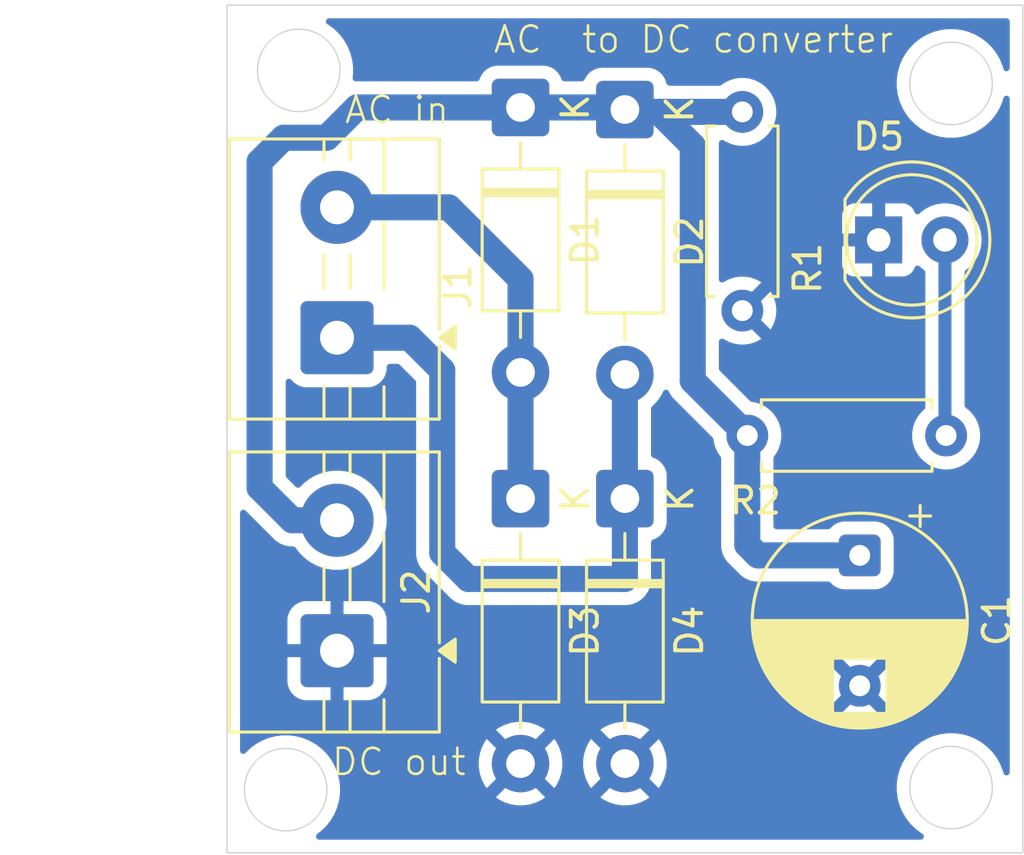
<source format=kicad_pcb>
(kicad_pcb (version 20241229) (generator "pcbnew") (generator_version "9.0")
  (layers (0 "F.Cu" signal) (2 "B.Cu" signal) (13 "F.Paste" user) (15 "B.Paste" user) (5 "F.SilkS" user "F.Silkscreen") (7 "B.SilkS" user "B.Silkscreen") (1 "F.Mask" user) (3 "B.Mask" user) (25 "Edge.Cuts" user))
  (net 0 "")
  (net 1 "/+V")
  (net 2 "GND")
  (net 3 "Net-(D1-A)")
  (net 4 "Net-(D2-A)")
  (net 5 "Net-(D5-A)")
  (footprint "Diode_THT:D_DO-41_SOD81_P10.16mm_Horizontal" (layer "F.Cu") (at 131 84.42 -90)
    (property "Reference" "D1" (at 5.08 -2.47 90) (layer "F.SilkS"))
    (property "Value" "1N4007")
    (fp_line (start 1.34 0) (end 2.36 0) (stroke (width 0.12)) (layer "F.SilkS"))
    (fp_line (start 8.82 0) (end 7.8 0) (stroke (width 0.12)) (layer "F.SilkS"))
    (fp_line (start 3.14 -1.47) (end 3.14 1.47) (stroke (width 0.12)) (layer "F.SilkS"))
    (fp_line (start 3.26 -1.47) (end 3.26 1.47) (stroke (width 0.12)) (layer "F.SilkS"))
    (fp_line (start 3.38 -1.47) (end 3.38 1.47) (stroke (width 0.12)) (layer "F.SilkS"))
    (fp_rect (start 2.36 -1.47) (end 7.8 1.47) (stroke (width 0.12)) (fill no) (layer "F.SilkS"))
    (fp_text user "K" (at 0 -2.1 90) (layer "F.SilkS"))
    (pad "1" thru_hole roundrect (at 0 0 270) (size 2.2 2.2) (drill 1.1) (layers "*.Cu" "*.Mask") (roundrect_rratio 0.113636) (net 1 "/+V"))
    (pad "2" thru_hole circle (at 10.16 0 270) (size 2.2 2.2) (drill 1.1) (layers "*.Cu" "*.Mask") (net 3 "Net-(D1-A)"))
  )
  (footprint "TerminalBlock:TerminalBlock_MaiXu_MX126-5.0-02P_1x02_P5.00mm" (layer "F.Cu") (at 123.9675 105.25 90)
    (property "Reference" "J2" (at 2.25 3.0325 90) (layer "F.SilkS"))
    (property "Value" "Screw_Terminal_01x02")
    (fp_line (start 7.62 -4.12) (end 7.62 3.92) (stroke (width 0.12)) (layer "F.SilkS"))
    (fp_line (start -3.12 -4.12) (end 7.62 -4.12) (stroke (width 0.12)) (layer "F.SilkS"))
    (fp_line (start 6.812 -0.5) (end 7.62 -0.5) (stroke (width 0.12)) (layer "F.SilkS"))
    (fp_line (start 1.88 -0.5) (end 3.188 -0.5) (stroke (width 0.12)) (layer "F.SilkS"))
    (fp_line (start -3.12 -0.5) (end -1.88 -0.5) (stroke (width 0.12)) (layer "F.SilkS"))
    (fp_line (start 6.812 0.5) (end 7.62 0.5) (stroke (width 0.12)) (layer "F.SilkS"))
    (fp_line (start 1.88 0.5) (end 3.188 0.5) (stroke (width 0.12)) (layer "F.SilkS"))
    (fp_line (start -3.12 0.5) (end -1.88 0.5) (stroke (width 0.12)) (layer "F.SilkS"))
    (fp_line (start 5.543 1.8) (end 7.62 1.8) (stroke (width 0.12)) (layer "F.SilkS"))
    (fp_line (start 1.88 1.8) (end 4.457 1.8) (stroke (width 0.12)) (layer "F.SilkS"))
    (fp_line (start -3.12 1.8) (end -1.88 1.8) (stroke (width 0.12)) (layer "F.SilkS"))
    (fp_line (start 7.62 3.92) (end 0.3 3.92) (stroke (width 0.12)) (layer "F.SilkS"))
    (fp_line (start -0.3 3.92) (end -3.12 3.92) (stroke (width 0.12)) (layer "F.SilkS"))
    (fp_line (start -3.12 3.92) (end -3.12 -4.12) (stroke (width 0.12)) (layer "F.SilkS"))
    (fp_poly (pts (xy 0 3.92) (xy 0.44 4.53) (xy -0.44 4.53)) (stroke (width 0.12)) (fill yes) (layer "F.SilkS"))
    (pad "1" thru_hole roundrect (at 0 0 90) (size 2.8 2.8) (drill 1.3) (layers "*.Cu" "*.Mask") (roundrect_rratio 0.089286) (net 2 "GND"))
    (pad "2" thru_hole circle (at 5 0 90) (size 2.8 2.8) (drill 1.3) (layers "*.Cu" "*.Mask") (net 1 "/+V"))
  )
  (footprint "Capacitor_THT:CP_Radial_D8.0mm_P5.00mm" (layer "F.Cu") (at 144 101.597349 -90)
    (property "Reference" "C1" (at 2.5 -5.25 90) (layer "F.SilkS"))
    (property "Value" "1000uF")
    (fp_line (start 3.98 1.04) (end 3.98 3.805) (stroke (width 0.12)) (layer "F.SilkS"))
    (fp_line (start 4.02 1.04) (end 4.02 3.789) (stroke (width 0.12)) (layer "F.SilkS"))
    (fp_line (start 4.06 1.04) (end 4.06 3.773) (stroke (width 0.12)) (layer "F.SilkS"))
    (fp_line (start 4.1 1.04) (end 4.1 3.757) (stroke (width 0.12)) (layer "F.SilkS"))
    (fp_line (start 4.14 1.04) (end 4.14 3.74) (stroke (width 0.12)) (layer "F.SilkS"))
    (fp_line (start 4.18 1.04) (end 4.18 3.722) (stroke (width 0.12)) (layer "F.SilkS"))
    (fp_line (start 4.22 1.04) (end 4.22 3.704) (stroke (width 0.12)) (layer "F.SilkS"))
    (fp_line (start 4.26 1.04) (end 4.26 3.685) (stroke (width 0.12)) (layer "F.SilkS"))
    (fp_line (start 4.3 1.04) (end 4.3 3.666) (stroke (width 0.12)) (layer "F.SilkS"))
    (fp_line (start 4.34 1.04) (end 4.34 3.646) (stroke (width 0.12)) (layer "F.SilkS"))
    (fp_line (start 4.38 1.04) (end 4.38 3.626) (stroke (width 0.12)) (layer "F.SilkS"))
    (fp_line (start 4.42 1.04) (end 4.42 3.605) (stroke (width 0.12)) (layer "F.SilkS"))
    (fp_line (start 4.46 1.04) (end 4.46 3.584) (stroke (width 0.12)) (layer "F.SilkS"))
    (fp_line (start 4.5 1.04) (end 4.5 3.562) (stroke (width 0.12)) (layer "F.SilkS"))
    (fp_line (start 4.54 1.04) (end 4.54 3.539) (stroke (width 0.12)) (layer "F.SilkS"))
    (fp_line (start 4.58 1.04) (end 4.58 3.516) (stroke (width 0.12)) (layer "F.SilkS"))
    (fp_line (start 4.62 1.04) (end 4.62 3.493) (stroke (width 0.12)) (layer "F.SilkS"))
    (fp_line (start 4.66 1.04) (end 4.66 3.468) (stroke (width 0.12)) (layer "F.SilkS"))
    (fp_line (start 4.7 1.04) (end 4.7 3.443) (stroke (width 0.12)) (layer "F.SilkS"))
    (fp_line (start 4.74 1.04) (end 4.74 3.418) (stroke (width 0.12)) (layer "F.SilkS"))
    (fp_line (start 4.78 1.04) (end 4.78 3.392) (stroke (width 0.12)) (layer "F.SilkS"))
    (fp_line (start 4.82 1.04) (end 4.82 3.365) (stroke (width 0.12)) (layer "F.SilkS"))
    (fp_line (start 4.86 1.04) (end 4.86 3.337) (stroke (width 0.12)) (layer "F.SilkS"))
    (fp_line (start 4.9 1.04) (end 4.9 3.309) (stroke (width 0.12)) (layer "F.SilkS"))
    (fp_line (start 4.94 1.04) (end 4.94 3.28) (stroke (width 0.12)) (layer "F.SilkS"))
    (fp_line (start 4.98 1.04) (end 4.98 3.25) (stroke (width 0.12)) (layer "F.SilkS"))
    (fp_line (start 5.02 1.04) (end 5.02 3.219) (stroke (width 0.12)) (layer "F.SilkS"))
    (fp_line (start 5.06 1.04) (end 5.06 3.188) (stroke (width 0.12)) (layer "F.SilkS"))
    (fp_line (start 5.1 1.04) (end 5.1 3.156) (stroke (width 0.12)) (layer "F.SilkS"))
    (fp_line (start 5.14 1.04) (end 5.14 3.123) (stroke (width 0.12)) (layer "F.SilkS"))
    (fp_line (start 5.18 1.04) (end 5.18 3.089) (stroke (width 0.12)) (layer "F.SilkS"))
    (fp_line (start 5.22 1.04) (end 5.22 3.055) (stroke (width 0.12)) (layer "F.SilkS"))
    (fp_line (start 5.26 1.04) (end 5.26 3.019) (stroke (width 0.12)) (layer "F.SilkS"))
    (fp_line (start 5.3 1.04) (end 5.3 2.982) (stroke (width 0.12)) (layer "F.SilkS"))
    (fp_line (start 5.34 1.04) (end 5.34 2.945) (stroke (width 0.12)) (layer "F.SilkS"))
    (fp_line (start 5.38 1.04) (end 5.38 2.906) (stroke (width 0.12)) (layer "F.SilkS"))
    (fp_line (start 5.42 1.04) (end 5.42 2.867) (stroke (width 0.12)) (layer "F.SilkS"))
    (fp_line (start 5.46 1.04) (end 5.46 2.826) (stroke (width 0.12)) (layer "F.SilkS"))
    (fp_line (start 5.5 1.04) (end 5.5 2.784) (stroke (width 0.12)) (layer "F.SilkS"))
    (fp_line (start 5.54 1.04) (end 5.54 2.741) (stroke (width 0.12)) (layer "F.SilkS"))
    (fp_line (start 5.58 1.04) (end 5.58 2.696) (stroke (width 0.12)) (layer "F.SilkS"))
    (fp_line (start 5.62 1.04) (end 5.62 2.651) (stroke (width 0.12)) (layer "F.SilkS"))
    (fp_line (start 5.66 1.04) (end 5.66 2.604) (stroke (width 0.12)) (layer "F.SilkS"))
    (fp_line (start 5.7 1.04) (end 5.7 2.555) (stroke (width 0.12)) (layer "F.SilkS"))
    (fp_line (start 5.74 1.04) (end 5.74 2.505) (stroke (width 0.12)) (layer "F.SilkS"))
    (fp_line (start 5.78 1.04) (end 5.78 2.453) (stroke (width 0.12)) (layer "F.SilkS"))
    (fp_line (start 5.82 1.04) (end 5.82 2.4) (stroke (width 0.12)) (layer "F.SilkS"))
    (fp_line (start 5.86 1.04) (end 5.86 2.344) (stroke (width 0.12)) (layer "F.SilkS"))
    (fp_line (start 5.9 1.04) (end 5.9 2.287) (stroke (width 0.12)) (layer "F.SilkS"))
    (fp_line (start 5.94 1.04) (end 5.94 2.227) (stroke (width 0.12)) (layer "F.SilkS"))
    (fp_line (start 5.98 1.04) (end 5.98 2.165) (stroke (width 0.12)) (layer "F.SilkS"))
    (fp_line (start 6.02 1.04) (end 6.02 2.101) (stroke (width 0.12)) (layer "F.SilkS"))
    (fp_line (start 6.58 -0.533) (end 6.58 0.533) (stroke (width 0.12)) (layer "F.SilkS"))
    (fp_line (start 6.54 -0.768) (end 6.54 0.768) (stroke (width 0.12)) (layer "F.SilkS"))
    (fp_line (start 6.5 -0.947) (end 6.5 0.947) (stroke (width 0.12)) (layer "F.SilkS"))
    (fp_line (start 6.46 -1.097) (end 6.46 1.097) (stroke (width 0.12)) (layer "F.SilkS"))
    (fp_line (start 6.42 -1.228) (end 6.42 1.228) (stroke (width 0.12)) (layer "F.SilkS"))
    (fp_line (start 6.38 -1.346) (end 6.38 1.346) (stroke (width 0.12)) (layer "F.SilkS"))
    (fp_line (start 6.34 -1.453) (end 6.34 1.453) (stroke (width 0.12)) (layer "F.SilkS"))
    (fp_line (start 6.3 -1.552) (end 6.3 1.552) (stroke (width 0.12)) (layer "F.SilkS"))
    (fp_line (start 6.26 -1.644) (end 6.26 1.644) (stroke (width 0.12)) (layer "F.SilkS"))
    (fp_line (start 6.22 -1.731) (end 6.22 1.731) (stroke (width 0.12)) (layer "F.SilkS"))
    (fp_line (start 6.18 -1.813) (end 6.18 1.813) (stroke (width 0.12)) (layer "F.SilkS"))
    (fp_line (start 6.14 -1.89) (end 6.14 1.89) (stroke (width 0.12)) (layer "F.SilkS"))
    (fp_line (start 6.1 -1.964) (end 6.1 1.964) (stroke (width 0.12)) (layer "F.SilkS"))
    (fp_line (start 6.06 -2.034) (end 6.06 2.034) (stroke (width 0.12)) (layer "F.SilkS"))
    (fp_line (start 6.02 -2.101) (end 6.02 -1.04) (stroke (width 0.12)) (layer "F.SilkS"))
    (fp_line (start 5.98 -2.165) (end 5.98 -1.04) (stroke (width 0.12)) (layer "F.SilkS"))
    (fp_line (start 5.94 -2.227) (end 5.94 -1.04) (stroke (width 0.12)) (layer "F.SilkS"))
    (fp_line (start 5.9 -2.287) (end 5.9 -1.04) (stroke (width 0.12)) (layer "F.SilkS"))
    (fp_line (start -1.909698 -2.315) (end -1.109698 -2.315) (stroke (width 0.12)) (layer "F.SilkS"))
    (fp_line (start 5.86 -2.344) (end 5.86 -1.04) (stroke (width 0.12)) (layer "F.SilkS"))
    (fp_line (start 5.82 -2.4) (end 5.82 -1.04) (stroke (width 0.12)) (layer "F.SilkS"))
    (fp_line (start 5.78 -2.453) (end 5.78 -1.04) (stroke (width 0.12)) (layer "F.SilkS"))
    (fp_line (start 5.74 -2.505) (end 5.74 -1.04) (stroke (width 0.12)) (layer "F.SilkS"))
    (fp_line (start 5.7 -2.555) (end 5.7 -1.04) (stroke (width 0.12)) (layer "F.SilkS"))
    (fp_line (start 5.66 -2.604) (end 5.66 -1.04) (stroke (width 0.12)) (layer "F.SilkS"))
    (fp_line (start 5.62 -2.651) (end 5.62 -1.04) (stroke (width 0.12)) (layer "F.SilkS"))
    (fp_line (start 5.58 -2.696) (end 5.58 -1.04) (stroke (width 0.12)) (layer "F.SilkS"))
    (fp_line (start -1.509698 -2.715) (end -1.509698 -1.915) (stroke (width 0.12)) (layer "F.SilkS"))
    (fp_line (start 5.54 -2.741) (end 5.54 -1.04) (stroke (width 0.12)) (layer "F.SilkS"))
    (fp_line (start 5.5 -2.784) (end 5.5 -1.04) (stroke (width 0.12)) (layer "F.SilkS"))
    (fp_line (start 5.46 -2.826) (end 5.46 -1.04) (stroke (width 0.12)) (layer "F.SilkS"))
    (fp_line (start 5.42 -2.867) (end 5.42 -1.04) (stroke (width 0.12)) (layer "F.SilkS"))
    (fp_line (start 5.38 -2.906) (end 5.38 -1.04) (stroke (width 0.12)) (layer "F.SilkS"))
    (fp_line (start 5.34 -2.945) (end 5.34 -1.04) (stroke (width 0.12)) (layer "F.SilkS"))
    (fp_line (start 5.3 -2.982) (end 5.3 -1.04) (stroke (width 0.12)) (layer "F.SilkS"))
    (fp_line (start 5.26 -3.019) (end 5.26 -1.04) (stroke (width 0.12)) (layer "F.SilkS"))
    (fp_line (start 5.22 -3.055) (end 5.22 -1.04) (stroke (width 0.12)) (layer "F.SilkS"))
    (fp_line (start 5.18 -3.089) (end 5.18 -1.04) (stroke (width 0.12)) (layer "F.SilkS"))
    (fp_line (start 5.14 -3.123) (end 5.14 -1.04) (stroke (width 0.12)) (layer "F.SilkS"))
    (fp_line (start 5.1 -3.156) (end 5.1 -1.04) (stroke (width 0.12)) (layer "F.SilkS"))
    (fp_line (start 5.06 -3.188) (end 5.06 -1.04) (stroke (width 0.12)) (layer "F.SilkS"))
    (fp_line (start 5.02 -3.219) (end 5.02 -1.04) (stroke (width 0.12)) (layer "F.SilkS"))
    (fp_line (start 4.98 -3.25) (end 4.98 -1.04) (stroke (width 0.12)) (layer "F.SilkS"))
    (fp_line (start 4.94 -3.28) (end 4.94 -1.04) (stroke (width 0.12)) (layer "F.SilkS"))
    (fp_line (start 4.9 -3.309) (end 4.9 -1.04) (stroke (width 0.12)) (layer "F.SilkS"))
    (fp_line (start 4.86 -3.337) (end 4.86 -1.04) (stroke (width 0.12)) (layer "F.SilkS"))
    (fp_line (start 4.82 -3.365) (end 4.82 -1.04) (stroke (width 0.12)) (layer "F.SilkS"))
    (fp_line (start 4.78 -3.392) (end 4.78 -1.04) (stroke (width 0.12)) (layer "F.SilkS"))
    (fp_line (start 4.74 -3.418) (end 4.74 -1.04) (stroke (width 0.12)) (layer "F.SilkS"))
    (fp_line (start 4.7 -3.443) (end 4.7 -1.04) (stroke (width 0.12)) (layer "F.SilkS"))
    (fp_line (start 4.66 -3.468) (end 4.66 -1.04) (stroke (width 0.12)) (layer "F.SilkS"))
    (fp_line (start 4.62 -3.493) (end 4.62 -1.04) (stroke (width 0.12)) (layer "F.SilkS"))
    (fp_line (start 4.58 -3.516) (end 4.58 -1.04) (stroke (width 0.12)) (layer "F.SilkS"))
    (fp_line (start 4.54 -3.539) (end 4.54 -1.04) (stroke (width 0.12)) (layer "F.SilkS"))
    (fp_line (start 4.5 -3.562) (end 4.5 -1.04) (stroke (width 0.12)) (layer "F.SilkS"))
    (fp_line (start 4.46 -3.584) (end 4.46 -1.04) (stroke (width 0.12)) (layer "F.SilkS"))
    (fp_line (start 4.42 -3.605) (end 4.42 -1.04) (stroke (width 0.12)) (layer "F.SilkS"))
    (fp_line (start 4.38 -3.626) (end 4.38 -1.04) (stroke (width 0.12)) (layer "F.SilkS"))
    (fp_line (start 4.34 -3.646) (end 4.34 -1.04) (stroke (width 0.12)) (layer "F.SilkS"))
    (fp_line (start 4.3 -3.666) (end 4.3 -1.04) (stroke (width 0.12)) (layer "F.SilkS"))
    (fp_line (start 4.26 -3.685) (end 4.26 -1.04) (stroke (width 0.12)) (layer "F.SilkS"))
    (fp_line (start 4.22 -3.704) (end 4.22 -1.04) (stroke (width 0.12)) (layer "F.SilkS"))
    (fp_line (start 4.18 -3.722) (end 4.18 -1.04) (stroke (width 0.12)) (layer "F.SilkS"))
    (fp_line (start 4.14 -3.74) (end 4.14 -1.04) (stroke (width 0.12)) (layer "F.SilkS"))
    (fp_line (start 4.1 -3.757) (end 4.1 -1.04) (stroke (width 0.12)) (layer "F.SilkS"))
    (fp_line (start 4.06 -3.773) (end 4.06 -1.04) (stroke (width 0.12)) (layer "F.SilkS"))
    (fp_line (start 4.02 -3.789) (end 4.02 -1.04) (stroke (width 0.12)) (layer "F.SilkS"))
    (fp_line (start 3.98 -3.805) (end 3.98 -1.04) (stroke (width 0.12)) (layer "F.SilkS"))
    (fp_line (start 3.94 -3.82) (end 3.94 3.82) (stroke (width 0.12)) (layer "F.SilkS"))
    (fp_line (start 3.9 -3.835) (end 3.9 3.835) (stroke (width 0.12)) (layer "F.SilkS"))
    (fp_line (start 3.86 -3.849) (end 3.86 3.849) (stroke (width 0.12)) (layer "F.SilkS"))
    (fp_line (start 3.82 -3.863) (end 3.82 3.863) (stroke (width 0.12)) (layer "F.SilkS"))
    (fp_line (start 3.78 -3.876) (end 3.78 3.876) (stroke (width 0.12)) (layer "F.SilkS"))
    (fp_line (start 3.74 -3.889) (end 3.74 3.889) (stroke (width 0.12)) (layer "F.SilkS"))
    (fp_line (start 3.7 -3.901) (end 3.7 3.901) (stroke (width 0.12)) (layer "F.SilkS"))
    (fp_line (start 3.66 -3.913) (end 3.66 3.913) (stroke (width 0.12)) (layer "F.SilkS"))
    (fp_line (start 3.62 -3.925) (end 3.62 3.925) (stroke (width 0.12)) (layer "F.SilkS"))
    (fp_line (start 3.58 -3.936) (end 3.58 3.936) (stroke (width 0.12)) (layer "F.SilkS"))
    (fp_line (start 3.54 -3.947) (end 3.54 3.947) (stroke (width 0.12)) (layer "F.SilkS"))
    (fp_line (start 3.5 -3.957) (end 3.5 3.957) (stroke (width 0.12)) (layer "F.SilkS"))
    (fp_line (start 3.46 -3.967) (end 3.46 3.967) (stroke (width 0.12)) (layer "F.SilkS"))
    (fp_line (start 3.42 -3.976) (end 3.42 3.976) (stroke (width 0.12)) (layer "F.SilkS"))
    (fp_line (start 3.38 -3.985) (end 3.38 3.985) (stroke (width 0.12)) (layer "F.SilkS"))
    (fp_line (start 3.34 -3.993) (end 3.34 3.993) (stroke (width 0.12)) (layer "F.SilkS"))
    (fp_line (start 3.3 -4.002) (end 3.3 4.002) (stroke (width 0.12)) (layer "F.SilkS"))
    (fp_line (start 3.26 -4.009) (end 3.26 4.009) (stroke (width 0.12)) (layer "F.SilkS"))
    (fp_line (start 3.22 -4.017) (end 3.22 4.017) (stroke (width 0.12)) (layer "F.SilkS"))
    (fp_line (start 3.18 -4.023) (end 3.18 4.023) (stroke (width 0.12)) (layer "F.SilkS"))
    (fp_line (start 3.14 -4.03) (end 3.14 4.03) (stroke (width 0.12)) (layer "F.SilkS"))
    (fp_line (start 3.1 -4.036) (end 3.1 4.036) (stroke (width 0.12)) (layer "F.SilkS"))
    (fp_line (start 3.06 -4.042) (end 3.06 4.042) (stroke (width 0.12)) (layer "F.SilkS"))
    (fp_line (start 3.02 -4.047) (end 3.02 4.047) (stroke (width 0.12)) (layer "F.SilkS"))
    (fp_line (start 2.98 -4.052) (end 2.98 4.052) (stroke (width 0.12)) (layer "F.SilkS"))
    (fp_line (start 2.94 -4.056) (end 2.94 4.056) (stroke (width 0.12)) (layer "F.SilkS"))
    (fp_line (start 2.9 -4.061) (end 2.9 4.061) (stroke (width 0.12)) (layer "F.SilkS"))
    (fp_line (start 2.86 -4.064) (end 2.86 4.064) (stroke (width 0.12)) (layer "F.SilkS"))
    (fp_line (start 2.82 -4.068) (end 2.82 4.068) (stroke (width 0.12)) (layer "F.SilkS"))
    (fp_line (start 2.78 -4.07) (end 2.78 4.07) (stroke (width 0.12)) (layer "F.SilkS"))
    (fp_line (start 2.74 -4.073) (end 2.74 4.073) (stroke (width 0.12)) (layer "F.SilkS"))
    (fp_line (start 2.7 -4.075) (end 2.7 4.075) (stroke (width 0.12)) (layer "F.SilkS"))
    (fp_line (start 2.66 -4.077) (end 2.66 4.077) (stroke (width 0.12)) (layer "F.SilkS"))
    (fp_line (start 2.62 -4.078) (end 2.62 4.078) (stroke (width 0.12)) (layer "F.SilkS"))
    (fp_line (start 2.58 -4.079) (end 2.58 4.079) (stroke (width 0.12)) (layer "F.SilkS"))
    (fp_line (start 2.5 -4.08) (end 2.5 4.08) (stroke (width 0.12)) (layer "F.SilkS"))
    (fp_line (start 2.54 -4.08) (end 2.54 4.08) (stroke (width 0.12)) (layer "F.SilkS"))
    (fp_circle (center 2.5 0) (end 6.62 0) (stroke (width 0.12)) (fill no) (layer "F.SilkS"))
    (pad "1" thru_hole roundrect (at 0 0 270) (size 1.6 1.6) (drill 0.8) (layers "*.Cu" "*.Mask") (roundrect_rratio 0.15625) (net 1 "/+V"))
    (pad "2" thru_hole circle (at 5 0 270) (size 1.6 1.6) (drill 0.8) (layers "*.Cu" "*.Mask") (net 2 "GND"))
  )
  (footprint "Resistor_THT:R_Axial_DIN0207_L6.3mm_D2.5mm_P7.62mm_Horizontal" (layer "F.Cu") (at 139.5 84.59 -90)
    (property "Reference" "R1" (at 6 -2.5 90) (layer "F.SilkS"))
    (property "Value" "10K")
    (fp_line (start 0.54 1.37) (end 7.08 1.37) (stroke (width 0.12)) (layer "F.SilkS"))
    (fp_line (start 7.08 1.37) (end 7.08 1.04) (stroke (width 0.12)) (layer "F.SilkS"))
    (fp_line (start 0.54 1.04) (end 0.54 1.37) (stroke (width 0.12)) (layer "F.SilkS"))
    (fp_line (start 0.54 -1.04) (end 0.54 -1.37) (stroke (width 0.12)) (layer "F.SilkS"))
    (fp_line (start 0.54 -1.37) (end 7.08 -1.37) (stroke (width 0.12)) (layer "F.SilkS"))
    (fp_line (start 7.08 -1.37) (end 7.08 -1.04) (stroke (width 0.12)) (layer "F.SilkS"))
    (pad "1" thru_hole circle (at 0 0 270) (size 1.6 1.6) (drill 0.8) (layers "*.Cu" "*.Mask") (net 1 "/+V"))
    (pad "2" thru_hole circle (at 7.62 0 270) (size 1.6 1.6) (drill 0.8) (layers "*.Cu" "*.Mask") (net 2 "GND"))
  )
  (footprint "Diode_THT:D_DO-41_SOD81_P10.16mm_Horizontal" (layer "F.Cu") (at 131 99.42 -90)
    (property "Reference" "D3" (at 5.08 -2.47 90) (layer "F.SilkS"))
    (property "Value" "1N4007")
    (fp_line (start 1.34 0) (end 2.36 0) (stroke (width 0.12)) (layer "F.SilkS"))
    (fp_line (start 8.82 0) (end 7.8 0) (stroke (width 0.12)) (layer "F.SilkS"))
    (fp_line (start 3.14 -1.47) (end 3.14 1.47) (stroke (width 0.12)) (layer "F.SilkS"))
    (fp_line (start 3.26 -1.47) (end 3.26 1.47) (stroke (width 0.12)) (layer "F.SilkS"))
    (fp_line (start 3.38 -1.47) (end 3.38 1.47) (stroke (width 0.12)) (layer "F.SilkS"))
    (fp_rect (start 2.36 -1.47) (end 7.8 1.47) (stroke (width 0.12)) (fill no) (layer "F.SilkS"))
    (fp_text user "K" (at 0 -2.1 90) (layer "F.SilkS"))
    (pad "1" thru_hole roundrect (at 0 0 270) (size 2.2 2.2) (drill 1.1) (layers "*.Cu" "*.Mask") (roundrect_rratio 0.113636) (net 3 "Net-(D1-A)"))
    (pad "2" thru_hole circle (at 10.16 0 270) (size 2.2 2.2) (drill 1.1) (layers "*.Cu" "*.Mask") (net 2 "GND"))
  )
  (footprint "Diode_THT:D_DO-41_SOD81_P10.16mm_Horizontal" (layer "F.Cu") (at 135 84.5 -90)
    (property "Reference" "D2" (at 5.08 -2.47 90) (layer "F.SilkS"))
    (property "Value" "1N4007")
    (fp_line (start 1.34 0) (end 2.36 0) (stroke (width 0.12)) (layer "F.SilkS"))
    (fp_line (start 8.82 0) (end 7.8 0) (stroke (width 0.12)) (layer "F.SilkS"))
    (fp_line (start 3.14 -1.47) (end 3.14 1.47) (stroke (width 0.12)) (layer "F.SilkS"))
    (fp_line (start 3.26 -1.47) (end 3.26 1.47) (stroke (width 0.12)) (layer "F.SilkS"))
    (fp_line (start 3.38 -1.47) (end 3.38 1.47) (stroke (width 0.12)) (layer "F.SilkS"))
    (fp_rect (start 2.36 -1.47) (end 7.8 1.47) (stroke (width 0.12)) (fill no) (layer "F.SilkS"))
    (fp_text user "K" (at 0 -2.1 90) (layer "F.SilkS"))
    (pad "1" thru_hole roundrect (at 0 0 270) (size 2.2 2.2) (drill 1.1) (layers "*.Cu" "*.Mask") (roundrect_rratio 0.113636) (net 1 "/+V"))
    (pad "2" thru_hole circle (at 10.16 0 270) (size 2.2 2.2) (drill 1.1) (layers "*.Cu" "*.Mask") (net 4 "Net-(D2-A)"))
  )
  (footprint "LED_THT:LED_D5.0mm" (layer "F.Cu") (at 144.725 89.5)
    (property "Reference" "D5" (at 0 -3.96 0) (layer "F.SilkS"))
    (property "Value" "LED")
    (fp_line (start -1.29 -1.545) (end -1.29 1.545) (stroke (width 0.12)) (layer "F.SilkS"))
    (fp_arc (start -1.29 -1.54483) (mid 2.071779 -2.880495) (end 4.26 0) (stroke (width 0.12)) (layer "F.SilkS"))
    (fp_arc (start 4.26 0) (mid 2.071779 2.880495) (end -1.29 1.54483) (stroke (width 0.12)) (layer "F.SilkS"))
    (fp_circle (center 1.27 0) (end 3.77 0) (stroke (width 0.12)) (fill no) (layer "F.SilkS"))
    (pad "1" thru_hole rect (at 0 0) (size 1.8 1.8) (drill 0.9) (layers "*.Cu" "*.Mask") (net 2 "GND"))
    (pad "2" thru_hole circle (at 2.54 0) (size 1.8 1.8) (drill 0.9) (layers "*.Cu" "*.Mask") (net 5 "Net-(D5-A)"))
  )
  (footprint "Resistor_THT:R_Axial_DIN0207_L6.3mm_D2.5mm_P7.62mm_Horizontal" (layer "F.Cu") (at 139.69 97)
    (property "Reference" "R2" (at 0.31 2.5 0) (layer "F.SilkS"))
    (property "Value" "2.2K")
    (fp_line (start 0.54 -1.37) (end 7.08 -1.37) (stroke (width 0.12)) (layer "F.SilkS"))
    (fp_line (start 0.54 -1.04) (end 0.54 -1.37) (stroke (width 0.12)) (layer "F.SilkS"))
    (fp_line (start 0.54 1.04) (end 0.54 1.37) (stroke (width 0.12)) (layer "F.SilkS"))
    (fp_line (start 0.54 1.37) (end 7.08 1.37) (stroke (width 0.12)) (layer "F.SilkS"))
    (fp_line (start 7.08 -1.37) (end 7.08 -1.04) (stroke (width 0.12)) (layer "F.SilkS"))
    (fp_line (start 7.08 1.37) (end 7.08 1.04) (stroke (width 0.12)) (layer "F.SilkS"))
    (pad "1" thru_hole circle (at 0 0) (size 1.6 1.6) (drill 0.8) (layers "*.Cu" "*.Mask") (net 1 "/+V"))
    (pad "2" thru_hole circle (at 7.62 0) (size 1.6 1.6) (drill 0.8) (layers "*.Cu" "*.Mask") (net 5 "Net-(D5-A)"))
  )
  (footprint "TerminalBlock:TerminalBlock_MaiXu_MX126-5.0-02P_1x02_P5.00mm" (layer "F.Cu") (at 123.9675 93.25 90)
    (property "Reference" "J1" (at 1.95 4.6325 90) (layer "F.SilkS"))
    (property "Value" "Screw_Terminal_01x02")
    (fp_line (start 7.62 -4.12) (end 7.62 3.92) (stroke (width 0.12)) (layer "F.SilkS"))
    (fp_line (start -3.12 -4.12) (end 7.62 -4.12) (stroke (width 0.12)) (layer "F.SilkS"))
    (fp_line (start 6.812 -0.5) (end 7.62 -0.5) (stroke (width 0.12)) (layer "F.SilkS"))
    (fp_line (start 1.88 -0.5) (end 3.188 -0.5) (stroke (width 0.12)) (layer "F.SilkS"))
    (fp_line (start -3.12 -0.5) (end -1.88 -0.5) (stroke (width 0.12)) (layer "F.SilkS"))
    (fp_line (start 6.812 0.5) (end 7.62 0.5) (stroke (width 0.12)) (layer "F.SilkS"))
    (fp_line (start 1.88 0.5) (end 3.188 0.5) (stroke (width 0.12)) (layer "F.SilkS"))
    (fp_line (start -3.12 0.5) (end -1.88 0.5) (stroke (width 0.12)) (layer "F.SilkS"))
    (fp_line (start 5.543 1.8) (end 7.62 1.8) (stroke (width 0.12)) (layer "F.SilkS"))
    (fp_line (start 1.88 1.8) (end 4.457 1.8) (stroke (width 0.12)) (layer "F.SilkS"))
    (fp_line (start -3.12 1.8) (end -1.88 1.8) (stroke (width 0.12)) (layer "F.SilkS"))
    (fp_line (start 7.62 3.92) (end 0.3 3.92) (stroke (width 0.12)) (layer "F.SilkS"))
    (fp_line (start -0.3 3.92) (end -3.12 3.92) (stroke (width 0.12)) (layer "F.SilkS"))
    (fp_line (start -3.12 3.92) (end -3.12 -4.12) (stroke (width 0.12)) (layer "F.SilkS"))
    (fp_poly (pts (xy 0 3.92) (xy 0.44 4.53) (xy -0.44 4.53)) (stroke (width 0.12)) (fill yes) (layer "F.SilkS"))
    (pad "1" thru_hole roundrect (at 0 0 90) (size 2.8 2.8) (drill 1.3) (layers "*.Cu" "*.Mask") (roundrect_rratio 0.089286) (net 4 "Net-(D2-A)"))
    (pad "2" thru_hole circle (at 5 0 90) (size 2.8 2.8) (drill 1.3) (layers "*.Cu" "*.Mask") (net 3 "Net-(D1-A)"))
  )
  (footprint "Diode_THT:D_DO-41_SOD81_P10.16mm_Horizontal" (layer "F.Cu") (at 135 99.42 -90)
    (property "Reference" "D4" (at 5.08 -2.47 90) (layer "F.SilkS"))
    (property "Value" "1N4007")
    (fp_line (start 1.34 0) (end 2.36 0) (stroke (width 0.12)) (layer "F.SilkS"))
    (fp_line (start 8.82 0) (end 7.8 0) (stroke (width 0.12)) (layer "F.SilkS"))
    (fp_line (start 3.14 -1.47) (end 3.14 1.47) (stroke (width 0.12)) (layer "F.SilkS"))
    (fp_line (start 3.26 -1.47) (end 3.26 1.47) (stroke (width 0.12)) (layer "F.SilkS"))
    (fp_line (start 3.38 -1.47) (end 3.38 1.47) (stroke (width 0.12)) (layer "F.SilkS"))
    (fp_rect (start 2.36 -1.47) (end 7.8 1.47) (stroke (width 0.12)) (fill no) (layer "F.SilkS"))
    (fp_text user "K" (at 0 -2.1 90) (layer "F.SilkS"))
    (pad "1" thru_hole roundrect (at 0 0 270) (size 2.2 2.2) (drill 1.1) (layers "*.Cu" "*.Mask") (roundrect_rratio 0.113636) (net 4 "Net-(D2-A)"))
    (pad "2" thru_hole circle (at 10.16 0 270) (size 2.2 2.2) (drill 1.1) (layers "*.Cu" "*.Mask") (net 2 "GND"))
  )
  (gr_circle (center 147.5 110.5) (end 146 111) (stroke (width 0.05)) (fill no) (layer "Edge.Cuts"))
  (gr_circle (center 122.5 83) (end 121 83.5) (stroke (width 0.05)) (fill no) (layer "Edge.Cuts"))
  (gr_circle (center 147.5 83.5) (end 146 84) (stroke (width 0.05)) (fill no) (layer "Edge.Cuts"))
  (gr_circle (center 122 110.581139) (end 120.5 111.081139) (stroke (width 0.05)) (fill no) (layer "Edge.Cuts"))
  (gr_rect (start 119.75 80.5) (end 150.25 113) (stroke (width 0.05)) (fill no) (layer "Edge.Cuts"))
  (gr_text "DC out" (at 123.7 110.1 0) (layer "F.SilkS") (effects (font (size 1 1) (thickness 0.1)) (justify left bottom)))
  (gr_text "AC in" (at 124.2 85.1 0) (layer "F.SilkS") (effects (font (size 1 1) (thickness 0.1)) (justify left bottom)))
  (gr_text "AC  to DC converter" (at 129.9 82.4 0) (layer "F.SilkS") (effects (font (size 1 1) (thickness 0.1)) (justify left bottom)))
  (segment (start 121 86.5) (end 121.917862 85.582138) (width 1) (layer "B.Cu") (net 1))
  (segment (start 136.3 84.59) (end 135.09 84.59) (width 1) (layer "B.Cu") (net 1))
  (segment (start 131 84.42) (end 134.92 84.42) (width 1) (layer "B.Cu") (net 1))
  (segment (start 137.6 94.9) (end 137.6 85.89) (width 1) (layer "B.Cu") (net 1))
  (segment (start 121 99) (end 121 86.5) (width 1) (layer "B.Cu") (net 1))
  (segment (start 123.569557 85.582138) (end 124.731695 84.42) (width 1) (layer "B.Cu") (net 1))
  (segment (start 139.69 96.99) (end 137.6 94.9) (width 1) (layer "B.Cu") (net 1))
  (segment (start 122.25 100.25) (end 121 99) (width 1) (layer "B.Cu") (net 1))
  (segment (start 134.92 84.42) (end 135 84.5) (width 1) (layer "B.Cu") (net 1))
  (segment (start 139.69 101.19) (end 139.69 97) (width 1) (layer "B.Cu") (net 1))
  (segment (start 121.917862 85.582138) (end 123.569557 85.582138) (width 1) (layer "B.Cu") (net 1))
  (segment (start 123.9675 100.25) (end 122.25 100.25) (width 1) (layer "B.Cu") (net 1))
  (segment (start 137.6 85.89) (end 136.3 84.59) (width 1) (layer "B.Cu") (net 1))
  (segment (start 139.5 84.59) (end 136.3 84.59) (width 1) (layer "B.Cu") (net 1))
  (segment (start 140.097349 101.597349) (end 139.69 101.19) (width 1) (layer "B.Cu") (net 1))
  (segment (start 139.69 97) (end 139.69 96.99) (width 1) (layer "B.Cu") (net 1))
  (segment (start 135.19 84.69) (end 135 84.5) (width 1) (layer "B.Cu") (net 1))
  (segment (start 144 101.597349) (end 140.097349 101.597349) (width 1) (layer "B.Cu") (net 1))
  (segment (start 124.731695 84.42) (end 131 84.42) (width 1) (layer "B.Cu") (net 1))
  (segment (start 135.09 84.59) (end 135 84.5) (width 1) (layer "B.Cu") (net 1))
  (segment (start 131 91) (end 131 94.58) (width 1) (layer "B.Cu") (net 3))
  (segment (start 128.25 88.25) (end 131 91) (width 1) (layer "B.Cu") (net 3))
  (segment (start 131 99.42) (end 131 94.58) (width 1) (layer "B.Cu") (net 3))
  (segment (start 123.9675 88.25) (end 128.25 88.25) (width 1) (layer "B.Cu") (net 3))
  (segment (start 126.75 93.25) (end 128 94.5) (width 1) (layer "B.Cu") (net 4))
  (segment (start 128 101.5) (end 129 102.5) (width 1) (layer "B.Cu") (net 4))
  (segment (start 128 94.5) (end 128 101.5) (width 1) (layer "B.Cu") (net 4))
  (segment (start 135 99.42) (end 135 94.66) (width 1) (layer "B.Cu") (net 4))
  (segment (start 129 102.5) (end 135 102.5) (width 1) (layer "B.Cu") (net 4))
  (segment (start 135 102.5) (end 135 99.42) (width 1) (layer "B.Cu") (net 4))
  (segment (start 123.9675 93.25) (end 126.75 93.25) (width 1) (layer "B.Cu") (net 4))
  (segment (start 147.54 96.73) (end 147.81 97) (width 0.2) (layer "B.Cu") (net 5))
  (segment (start 147.265 89.5) (end 147.265 96.955) (width 0.5) (layer "B.Cu") (net 5))
  (segment (start 147.31 89.73) (end 147.54 89.5) (width 0.2) (layer "B.Cu") (net 5))
  (segment (start 147.265 96.955) (end 147.31 97) (width 0.5) (layer "B.Cu") (net 5))
  (zone (net 2) (net_name "GND") (layer "B.Cu") (connect_pads (clearance 0.5)) (min_thickness 0.25) (fill yes (thermal_gap 0.5) (thermal_bridge_width 0.5))
    (polygon (pts (xy 119.6 80.3) (xy 150.3 80.4) (xy 150.3 113.1) (xy 119.7 113.1)))
  )
)
</source>
